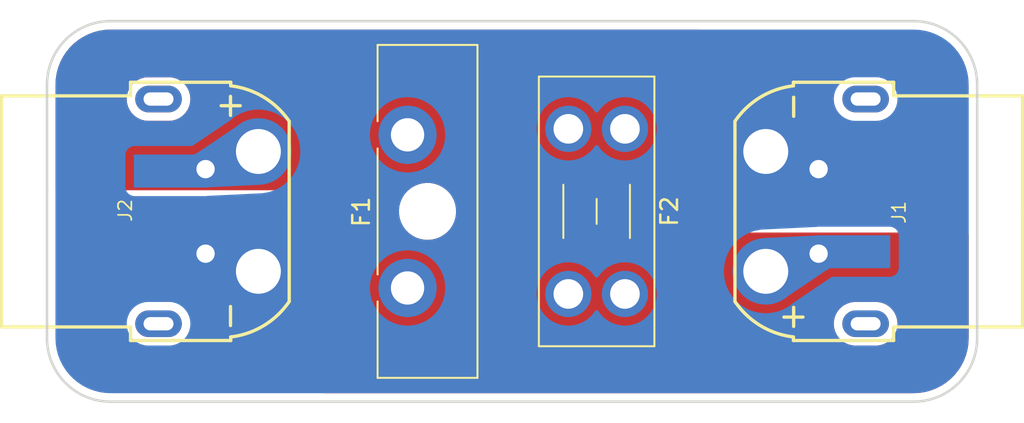
<source format=kicad_pcb>
(kicad_pcb (version 20221018) (generator pcbnew)
  (layers (0 "F.Cu" signal) (31 "B.Cu" signal) (34 "B.Paste" user) (35 "F.Paste" user) (36 "B.SilkS" user "B.Silkscreen") (37 "F.SilkS" user "F.Silkscreen") (38 "B.Mask" user) (39 "F.Mask" user) (44 "Edge.Cuts" user))
  (net 0 "")
  (net 1 "Net-(J1-Pad2)")
  (net 2 "Net-(F1-Pad2)")
  (net 3 "GND")
  (footprint "donutbrary:Amass_XT60PW-M_Kombifootprint" (layer "F.Cu") (at 157.48 71.12 -90)
    (fp_text reference "J1" (at 0.058805 -8 90) (layer "F.SilkS") (effects (font (size 0.8 0.8) (thickness 0.1))))
    (fp_text value "Screw_Terminal_01x02" hide)
    (fp_line (start -7.756897 -7.682437) (end -7.756897 -1.661935) (stroke (width 0.2)) (layer "F.SilkS"))
    (fp_line (start -7.756897 -1.661935) (end -7.543269 -1.661935) (stroke (width 0.2)) (layer "F.SilkS"))
    (fp_line (start -6.941195 -15.42421) (end -6.941195 -7.682437) (stroke (width 0.2)) (layer "F.SilkS"))
    (fp_line (start -6.941195 -15.42421) (end 0 -15.42421) (stroke (width 0.2)) (layer "F.SilkS"))
    (fp_line (start -6.941195 -7.682437) (end -7.756897 -7.682437) (stroke (width 0.2)) (layer "F.SilkS"))
    (fp_line (start -6.858 -1.6764) (end -5.715 -1.6764) (stroke (width 0.2)) (layer "F.SilkS"))
    (fp_line (start -5.413054 1.85) (end 0 1.85) (stroke (width 0.2)) (layer "F.SilkS"))
    (fp_line (start 5.413054 1.85) (end 0 1.85) (stroke (width 0.2)) (layer "F.SilkS"))
    (fp_line (start 5.7658 -1.6764) (end 6.9088 -1.6764) (stroke (width 0.2)) (layer "F.SilkS"))
    (fp_line (start 6.35 -1.0922) (end 6.35 -2.2352) (stroke (width 0.2)) (layer "F.SilkS"))
    (fp_line (start 6.941195 -15.42421) (end 0 -15.42421) (stroke (width 0.2)) (layer "F.SilkS"))
    (fp_line (start 6.941195 -15.42421) (end 6.941195 -7.682437) (stroke (width 0.2)) (layer "F.SilkS"))
    (fp_line (start 6.941195 -7.682437) (end 7.756897 -7.682437) (stroke (width 0.2)) (layer "F.SilkS"))
    (fp_line (start 7.756897 -7.682437) (end 7.756897 -1.661935) (stroke (width 0.2)) (layer "F.SilkS"))
    (fp_line (start 7.756897 -1.661935) (end 7.543269 -1.661935) (stroke (width 0.2)) (layer "F.SilkS"))
    (fp_arc (start -5.413054 1.85) (mid -6.858863 0.324953) (end -7.543269 -1.661935) (stroke (width 0.2)) (layer "F.SilkS"))
    (fp_arc (start 7.543269 -1.661935) (mid 6.858862 0.324952) (end 5.413054 1.85) (stroke (width 0.2)) (layer "F.SilkS"))
    (pad "" thru_hole oval (at -6.75 -6 270) (size 1.6 2.8) (drill oval 0.8 1.8) (layers "*.Cu" "*.Mask"))
    (pad "" thru_hole oval (at 6.75 -6 270) (size 1.6 2.8) (drill oval 0.8 1.8) (layers "*.Cu" "*.Mask"))
    (pad "1" thru_hole custom (at -3.6 0 270) (size 4 4) (drill 2.7) (layers "*.Cu" "*.Mask") (net 3 "GND") (options (clearance outline) (anchor circle)) (primitives (gr_poly (pts (xy 1.695 -3.937) (xy 2.10394 -3.14706) (xy 1.949 0) (xy -1.861 0) (xy -1.734 -0.889) (xy 0.1075 -3.6195) (xy 1.441 -4.064)) (width 0.1) (fill yes)) (gr_poly (pts (xy 2.1 -3.175) (xy 0.21786 -3.175) (xy 0.21786 -7.4295) (xy 2.1 -7.4295)) (width 0.1) (fill yes))))
    (pad "1" thru_hole circle (at -2.54 -3.175 270) (size 2.2 2.2) (drill 1.1) (layers "*.Cu" "*.Mask") (net 3 "GND"))
    (pad "2" thru_hole circle (at 2.54 -3.175 270) (size 2.2 2.2) (drill 1.1) (layers "*.Cu" "*.Mask") (net 1 "Net-(J1-Pad2)"))
    (pad "2" thru_hole custom (at 3.6 0 270) (size 4 4) (drill 2.7) (layers "*.Cu" "*.Mask") (net 1 "Net-(J1-Pad2)") (options (clearance outline) (anchor circle)) (primitives (gr_poly (pts (xy -0.19894 -3.75158) (xy 1.44698 -1.30556) (xy -1.949 0.127) (xy -2.10902 -3.1877) (xy -1.5045 -4.064) (xy -0.552 -4.064)) (width 0.1) (fill yes)) (gr_poly (pts (xy -0.2345 -3.175) (xy -2.11664 -3.175) (xy -2.11664 -7.4295) (xy -0.2345 -7.4295)) (width 0.1) (fill yes))))
  )
  (footprint "Fuse:Fuseholder_Blade_ATO_Littelfuse_Pudenz_2_Pin" (layer "F.Cu") (at 135.96 75.72 90)
    (fp_text reference "F1" (at 4.57 -2.78 90) (layer "F.SilkS"))
    (fp_text value "Fuse")
    (fp_line (start -5.4 -1.8) (end -0.81 -1.8) (stroke (width 0.12)) (layer "F.SilkS"))
    (fp_line (start -5.4 4.2) (end -5.4 -1.8) (stroke (width 0.12)) (layer "F.SilkS"))
    (fp_line (start 0.81 -1.8) (end 8.38 -1.8) (stroke (width 0.12)) (layer "F.SilkS"))
    (fp_line (start 10.02 -1.8) (end 14.6 -1.8) (stroke (width 0.12)) (layer "F.SilkS"))
    (fp_line (start 14.6 -1.8) (end 14.6 4.2) (stroke (width 0.12)) (layer "F.SilkS"))
    (fp_line (start 14.6 4.2) (end -5.4 4.2) (stroke (width 0.12)) (layer "F.SilkS"))
    (pad "" np_thru_hole circle (at 4.6 1.2 90) (size 2.4 2.4) (drill 2.4) (layers "*.Cu" "*.Mask"))
    (pad "1" thru_hole circle (at 0 0 90) (size 3.5 3.5) (drill 2) (layers "*.Cu" "*.Mask") (net 1 "Net-(J1-Pad2)"))
    (pad "2" thru_hole circle (at 9.2 0 90) (size 3.5 3.5) (drill 2) (layers "*.Cu" "*.Mask") (net 2 "Net-(F1-Pad2)"))
  )
  (footprint "Fuse:Fuseholder_Blade_Mini_Keystone_3568" (layer "F.Cu") (at 149.02 66.16 -90)
    (fp_text reference "F2" (at 4.96 -2.67 90) (layer "F.SilkS"))
    (fp_text value "Fuse")
    (fp_line (start -3.14 -1.77) (end -3.14 5.17) (stroke (width 0.12)) (layer "F.SilkS"))
    (fp_line (start -3.14 5.17) (end 13.06 5.17) (stroke (width 0.12)) (layer "F.SilkS"))
    (fp_line (start 3.36 -0.3) (end 6.56 -0.3) (stroke (width 0.12)) (layer "F.SilkS"))
    (fp_line (start 4.21 1.7) (end 5.71 1.7) (stroke (width 0.12)) (layer "F.SilkS"))
    (fp_line (start 6.56 3.7) (end 3.36 3.7) (stroke (width 0.12)) (layer "F.SilkS"))
    (fp_line (start 13.06 -1.77) (end -3.14 -1.77) (stroke (width 0.12)) (layer "F.SilkS"))
    (fp_line (start 13.06 5.17) (end 13.06 -1.77) (stroke (width 0.12)) (layer "F.SilkS"))
    (pad "1" thru_hole circle (at 0 0 270) (size 2.78 2.78) (drill 1.78) (layers "*.Cu" "*.Mask") (net 2 "Net-(F1-Pad2)"))
    (pad "1" thru_hole circle (at 0 3.4 270) (size 2.78 2.78) (drill 1.78) (layers "*.Cu" "*.Mask") (net 2 "Net-(F1-Pad2)"))
    (pad "2" thru_hole circle (at 9.92 0 270) (size 2.78 2.78) (drill 1.78) (layers "*.Cu" "*.Mask") (net 1 "Net-(J1-Pad2)"))
    (pad "2" thru_hole circle (at 9.92 3.4 270) (size 2.78 2.78) (drill 1.78) (layers "*.Cu" "*.Mask") (net 1 "Net-(J1-Pad2)"))
  )
  (footprint "donutbrary:Amass_XT60PW-M_Kombifootprint" (layer "F.Cu") (at 127 71.12 90)
    (fp_text reference "J2" (at 0.058805 -8 90) (layer "F.SilkS") (effects (font (size 0.8 0.8) (thickness 0.1))))
    (fp_text value "Conn_01x02" hide)
    (fp_line (start -7.756897 -7.682437) (end -7.756897 -1.661935) (stroke (width 0.2)) (layer "F.SilkS"))
    (fp_line (start -7.756897 -1.661935) (end -7.543269 -1.661935) (stroke (width 0.2)) (layer "F.SilkS"))
    (fp_line (start -6.941195 -15.42421) (end -6.941195 -7.682437) (stroke (width 0.2)) (layer "F.SilkS"))
    (fp_line (start -6.941195 -15.42421) (end 0 -15.42421) (stroke (width 0.2)) (layer "F.SilkS"))
    (fp_line (start -6.941195 -7.682437) (end -7.756897 -7.682437) (stroke (width 0.2)) (layer "F.SilkS"))
    (fp_line (start -6.858 -1.6764) (end -5.715 -1.6764) (stroke (width 0.2)) (layer "F.SilkS"))
    (fp_line (start -5.413054 1.85) (end 0 1.85) (stroke (width 0.2)) (layer "F.SilkS"))
    (fp_line (start 5.413054 1.85) (end 0 1.85) (stroke (width 0.2)) (layer "F.SilkS"))
    (fp_line (start 5.7658 -1.6764) (end 6.9088 -1.6764) (stroke (width 0.2)) (layer "F.SilkS"))
    (fp_line (start 6.35 -1.0922) (end 6.35 -2.2352) (stroke (width 0.2)) (layer "F.SilkS"))
    (fp_line (start 6.941195 -15.42421) (end 0 -15.42421) (stroke (width 0.2)) (layer "F.SilkS"))
    (fp_line (start 6.941195 -15.42421) (end 6.941195 -7.682437) (stroke (width 0.2)) (layer "F.SilkS"))
    (fp_line (start 6.941195 -7.682437) (end 7.756897 -7.682437) (stroke (width 0.2)) (layer "F.SilkS"))
    (fp_line (start 7.756897 -7.682437) (end 7.756897 -1.661935) (stroke (width 0.2)) (layer "F.SilkS"))
    (fp_line (start 7.756897 -1.661935) (end 7.543269 -1.661935) (stroke (width 0.2)) (layer "F.SilkS"))
    (fp_arc (start -5.413054 1.85) (mid -6.858863 0.324953) (end -7.543269 -1.661935) (stroke (width 0.2)) (layer "F.SilkS"))
    (fp_arc (start 7.543269 -1.661935) (mid 6.858862 0.324952) (end 5.413054 1.85) (stroke (width 0.2)) (layer "F.SilkS"))
    (pad "" thru_hole oval (at -6.75 -6 90) (size 1.6 2.8) (drill oval 0.8 1.8) (layers "*.Cu" "*.Mask"))
    (pad "" thru_hole oval (at 6.75 -6 90) (size 1.6 2.8) (drill oval 0.8 1.8) (layers "*.Cu" "*.Mask"))
    (pad "1" thru_hole custom (at -3.6 0 90) (size 4 4) (drill 2.7) (layers "*.Cu" "*.Mask") (net 3 "GND") (options (clearance outline) (anchor circle)) (primitives (gr_poly (pts (xy 1.695 -3.937) (xy 2.10394 -3.14706) (xy 1.949 0) (xy -1.861 0) (xy -1.734 -0.889) (xy 0.1075 -3.6195) (xy 1.441 -4.064)) (width 0.1) (fill yes)) (gr_poly (pts (xy 2.1 -3.175) (xy 0.21786 -3.175) (xy 0.21786 -7.4295) (xy 2.1 -7.4295)) (width 0.1) (fill yes))))
    (pad "1" thru_hole circle (at -2.54 -3.175 90) (size 2.2 2.2) (drill 1.1) (layers "*.Cu" "*.Mask") (net 3 "GND"))
    (pad "2" thru_hole circle (at 2.54 -3.175 90) (size 2.2 2.2) (drill 1.1) (layers "*.Cu" "*.Mask") (net 2 "Net-(F1-Pad2)"))
    (pad "2" thru_hole custom (at 3.6 0 90) (size 4 4) (drill 2.7) (layers "*.Cu" "*.Mask") (net 2 "Net-(F1-Pad2)") (options (clearance outline) (anchor circle)) (primitives (gr_poly (pts (xy -0.19894 -3.75158) (xy 1.44698 -1.30556) (xy -1.949 0.127) (xy -2.10902 -3.1877) (xy -1.5045 -4.064) (xy -0.552 -4.064)) (width 0.1) (fill yes)) (gr_poly (pts (xy -0.2345 -3.175) (xy -2.11664 -3.175) (xy -2.11664 -7.4295) (xy -0.2345 -7.4295)) (width 0.1) (fill yes))))
  )
  (gr_line (start 118.11 82.55) (end 166.37 82.55) (stroke (width 0.1524)) (layer "Edge.Cuts"))
  (gr_line (start 114.3 63.5) (end 114.3 78.74) (stroke (width 0.1524)) (layer "Edge.Cuts"))
  (gr_arc (start 170.18 78.74) (mid 169.064077 81.434077) (end 166.37 82.55) (stroke (width 0.1524)) (layer "Edge.Cuts"))
  (gr_arc (start 118.11 82.55) (mid 115.415923 81.434077) (end 114.3 78.74) (stroke (width 0.1524)) (layer "Edge.Cuts"))
  (gr_line (start 170.18 78.74) (end 170.18 63.5) (stroke (width 0.1524)) (layer "Edge.Cuts"))
  (gr_arc (start 166.37 59.69) (mid 169.064077 60.805923) (end 170.18 63.5) (stroke (width 0.1524)) (layer "Edge.Cuts"))
  (gr_arc (start 114.3 63.5) (mid 115.415923 60.805923) (end 118.11 59.69) (stroke (width 0.1524)) (layer "Edge.Cuts"))
  (gr_line (start 166.37 59.69) (end 118.11 59.69) (stroke (width 0.1524)) (layer "Edge.Cuts"))
  (segment (start 136.32 76.08) (end 135.96 75.72) (width 1.27) (layer "F.Cu") (net 1))
  (zone (net 1) (net_name "Net-(J1-Pad2)") (layer "F.Cu") (connect_pads yes (clearance 0.508)) (min_thickness 0.254) (fill yes (thermal_gap 0.508) (thermal_bridge_width 0.508))
    (polygon (pts (xy 170.18 83.82) (xy 130.81 83.82) (xy 130.81 72.39) (xy 170.18 72.39)))
  )
  (zone (net 2) (net_name "Net-(F1-Pad2)") (layer "F.Cu") (connect_pads yes (clearance 0.508)) (min_thickness 0.254) (fill yes (thermal_gap 0.508) (thermal_bridge_width 0.508))
    (polygon (pts (xy 153.67 69.85) (xy 114.3 69.85) (xy 114.3 58.42) (xy 153.67 58.42)))
  )
  (zone (net 3) (net_name "GND") (layer "B.Cu") (connect_pads (clearance 0.508)) (min_thickness 0.254) (fill yes (thermal_gap 0.508) (thermal_bridge_width 0.508))
    (polygon (pts (xy 170.18 83.82) (xy 114.3 83.82) (xy 114.3 58.42) (xy 170.18 58.42)))
  )
)
</source>
